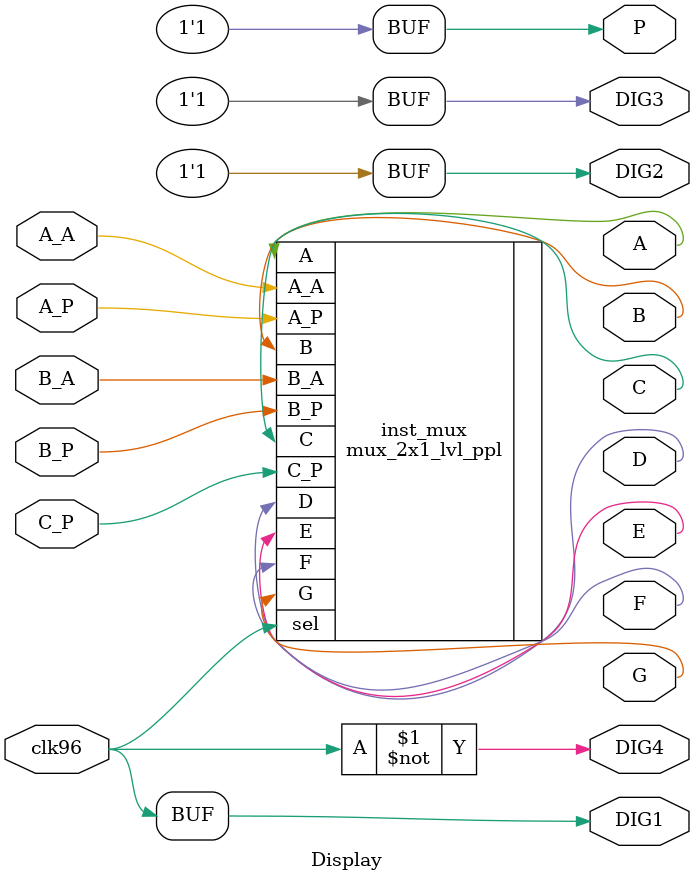
<source format=v>
module Display (
	input clk96, A_P, B_P, C_P, A_A, B_A,
	output A, B, C, D, E, F, G, P, DIG1, DIG2, DIG3, DIG4
);
	
	wire AP, BP, CP;

	mux_2x1_lvl_ppl inst_mux(
		.sel(clk96),
		.A_P(A_P),
		.B_P(B_P),
		.C_P(C_P),
		.A_A(A_A),
		.B_A(B_A),
		.A(A),
		.B(B),
		.C(C),
		.D(D),
		.E(E),
		.F(F),
		.G(G),
	);
	
	assign P = 1'b1;
	
	assign DIG1 = clk96;
	
	assign DIG2 = 1'b1;
	
	assign DIG3 = 1'b1;
	
	assign DIG4 = ~clk96;

endmodule
</source>
